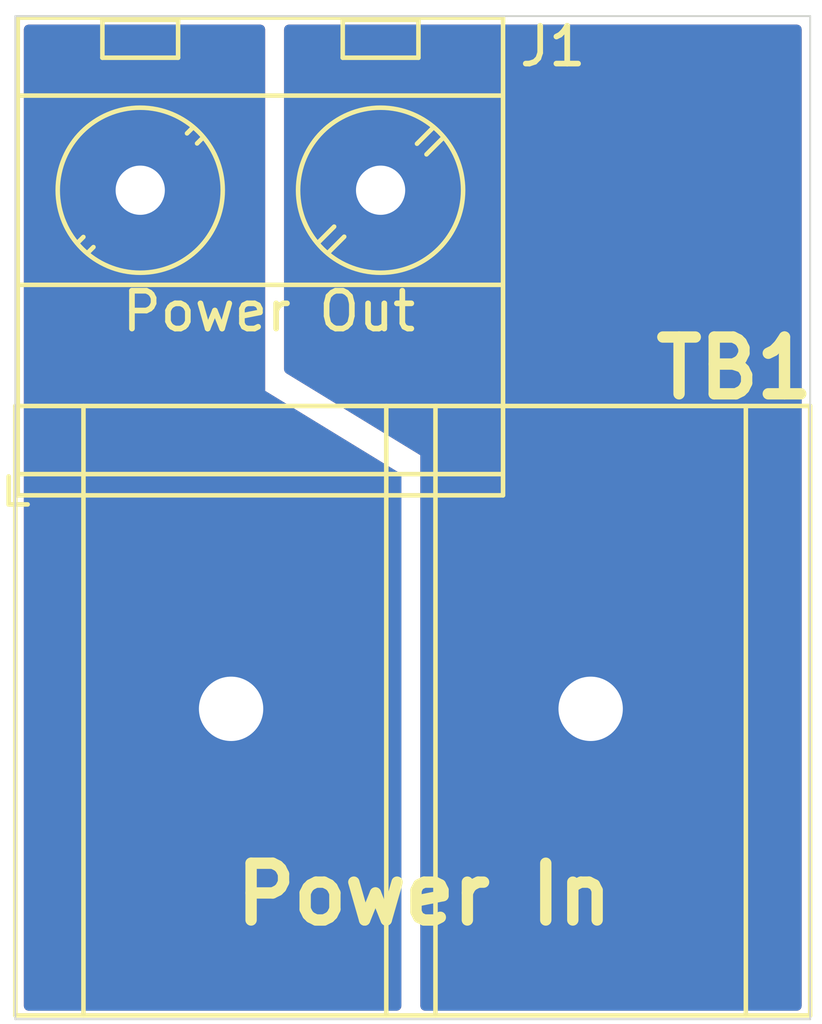
<source format=kicad_pcb>
(kicad_pcb (version 20171130) (host pcbnew "(5.1.5)-3")

  (general
    (thickness 1.6)
    (drawings 4)
    (tracks 0)
    (zones 0)
    (modules 2)
    (nets 3)
  )

  (page A4)
  (title_block
    (title "Screw Terminal Adapter")
    (date 2020-05-09)
    (rev v1)
  )

  (layers
    (0 F.Cu signal)
    (31 B.Cu signal)
    (32 B.Adhes user)
    (33 F.Adhes user)
    (34 B.Paste user)
    (35 F.Paste user)
    (36 B.SilkS user)
    (37 F.SilkS user)
    (38 B.Mask user)
    (39 F.Mask user)
    (40 Dwgs.User user)
    (41 Cmts.User user)
    (42 Eco1.User user)
    (43 Eco2.User user)
    (44 Edge.Cuts user)
    (45 Margin user)
    (46 B.CrtYd user)
    (47 F.CrtYd user)
    (48 B.Fab user)
    (49 F.Fab user)
  )

  (setup
    (last_trace_width 0.25)
    (trace_clearance 0.2)
    (zone_clearance 0.2)
    (zone_45_only no)
    (trace_min 0.2)
    (via_size 0.8)
    (via_drill 0.4)
    (via_min_size 0.4)
    (via_min_drill 0.3)
    (uvia_size 0.3)
    (uvia_drill 0.1)
    (uvias_allowed no)
    (uvia_min_size 0.2)
    (uvia_min_drill 0.1)
    (edge_width 0.05)
    (segment_width 0.2)
    (pcb_text_width 0.3)
    (pcb_text_size 1.5 1.5)
    (mod_edge_width 0.12)
    (mod_text_size 1 1)
    (mod_text_width 0.15)
    (pad_size 1.524 1.524)
    (pad_drill 0.762)
    (pad_to_mask_clearance 0.051)
    (solder_mask_min_width 0.25)
    (aux_axis_origin 0 0)
    (visible_elements 7FFFFFFF)
    (pcbplotparams
      (layerselection 0x010fc_ffffffff)
      (usegerberextensions false)
      (usegerberattributes false)
      (usegerberadvancedattributes false)
      (creategerberjobfile false)
      (excludeedgelayer true)
      (linewidth 0.100000)
      (plotframeref false)
      (viasonmask false)
      (mode 1)
      (useauxorigin false)
      (hpglpennumber 1)
      (hpglpenspeed 20)
      (hpglpendiameter 15.000000)
      (psnegative false)
      (psa4output false)
      (plotreference true)
      (plotvalue true)
      (plotinvisibletext false)
      (padsonsilk false)
      (subtractmaskfromsilk false)
      (outputformat 1)
      (mirror false)
      (drillshape 0)
      (scaleselection 1)
      (outputdirectory "gerbers"))
  )

  (net 0 "")
  (net 1 /Pin2)
  (net 2 /Pin1)

  (net_class Default "This is the default net class."
    (clearance 0.2)
    (trace_width 0.25)
    (via_dia 0.8)
    (via_drill 0.4)
    (uvia_dia 0.3)
    (uvia_drill 0.1)
    (add_net /Pin1)
    (add_net /Pin2)
  )

  (module Barrier_Blocks:BARRIER_BLOCK_1ROW_2POS_P9.5MM (layer F.Cu) (tedit 5E600039) (tstamp 5EA7E891)
    (at 129.8 135.3)
    (path /5EA78A19)
    (fp_text reference TB1 (at 19 -17.1) (layer F.SilkS)
      (effects (font (size 1.5 1.5) (thickness 0.3)))
    )
    (fp_text value "Power In" (at 10.8 -3.2) (layer F.SilkS)
      (effects (font (size 1.5 1.5) (thickness 0.3)))
    )
    (fp_text user ED2953-ND (at 6.7 -2.9) (layer F.Fab)
      (effects (font (size 1 1) (thickness 0.15)))
    )
    (fp_line (start 0 -16.1) (end 0 0) (layer F.SilkS) (width 0.12))
    (fp_line (start 21 -16.1) (end 0 -16.1) (layer F.SilkS) (width 0.12))
    (fp_line (start 21 0) (end 21 -16.1) (layer F.SilkS) (width 0.12))
    (fp_line (start 0 0) (end 21 0) (layer F.SilkS) (width 0.12))
    (fp_circle (center 5.8 -8.1) (end 9.301428 -8.1) (layer Dwgs.User) (width 0.12))
    (fp_circle (center 15.2 -8.1) (end 18.7 -8.1) (layer Dwgs.User) (width 0.12))
    (fp_line (start 11.8 -8.6) (end 18.6 -8.6) (layer Dwgs.User) (width 0.12))
    (fp_line (start 11.8 -7.7) (end 18.6 -7.7) (layer Dwgs.User) (width 0.12))
    (fp_line (start 9.2 -7.7) (end 2.4 -7.7) (layer Dwgs.User) (width 0.12))
    (fp_line (start 9.2 -8.6) (end 2.4 -8.6) (layer Dwgs.User) (width 0.12))
    (fp_line (start 1.8 0) (end 1.8 -16.1) (layer F.SilkS) (width 0.12))
    (fp_line (start 9.8 -16.1) (end 9.8 0) (layer F.SilkS) (width 0.12))
    (fp_line (start 11.1 0) (end 11.1 -16.1) (layer F.SilkS) (width 0.12))
    (fp_line (start 19.3 0) (end 19.3 -16.1) (layer F.SilkS) (width 0.12))
    (pad 2 thru_hole circle (at 15.2 -8.1) (size 4 4) (drill 1.7) (layers *.Cu *.Mask)
      (net 1 /Pin2))
    (pad 1 thru_hole rect (at 5.7 -8.1) (size 4 4) (drill 1.7) (layers *.Cu *.Mask)
      (net 2 /Pin1))
    (model "${GIT_MODELS}/2 PIN Screw Term.step"
      (offset (xyz 0.5 0 0))
      (scale (xyz 1 1 1))
      (rotate (xyz 0 0 0))
    )
  )

  (module TerminalBlock_MetzConnect:TerminalBlock_MetzConnect_Type701_RT11L02HGLU_1x02_P6.35mm_Horizontal (layer F.Cu) (tedit 5B294EA2) (tstamp 5EA7E5BB)
    (at 133.1 113.5)
    (descr "terminal block Metz Connect Type701_RT11L02HGLU, 2 pins, pitch 6.35mm, size 12.7x12.5mm^2, drill diamater 1.3mm, pad diameter 2.5mm, see http://www.metz-connect.com/de/system/files/productfiles/Datenblatt_317011_RT11LxxHGLU_OFF-022798U.pdf, script-generated using https://github.com/pointhi/kicad-footprint-generator/scripts/TerminalBlock_MetzConnect")
    (tags "THT terminal block Metz Connect Type701_RT11L02HGLU pitch 6.35mm size 12.7x12.5mm^2 drill 1.3mm pad 2.5mm")
    (path /5EA78F8F)
    (fp_text reference J1 (at 10.9 -3.8) (layer F.SilkS)
      (effects (font (size 1 1) (thickness 0.15)))
    )
    (fp_text value "Power Out" (at 3.4 3.2) (layer F.SilkS)
      (effects (font (size 1 1) (thickness 0.15)))
    )
    (fp_text user %R (at 3.175 5.25) (layer F.Fab)
      (effects (font (size 1 1) (thickness 0.15)))
    )
    (fp_line (start 10.03 -5) (end -3.68 -5) (layer F.CrtYd) (width 0.05))
    (fp_line (start 10.03 8.5) (end 10.03 -5) (layer F.CrtYd) (width 0.05))
    (fp_line (start -3.68 8.5) (end 10.03 8.5) (layer F.CrtYd) (width 0.05))
    (fp_line (start -3.68 -5) (end -3.68 8.5) (layer F.CrtYd) (width 0.05))
    (fp_line (start -3.475 8.3) (end -2.975 8.3) (layer F.SilkS) (width 0.12))
    (fp_line (start -3.475 7.56) (end -3.475 8.3) (layer F.SilkS) (width 0.12))
    (fp_line (start 7.35 -4.5) (end 7.35 -3.5) (layer F.SilkS) (width 0.12))
    (fp_line (start 5.35 -4.5) (end 5.35 -3.5) (layer F.SilkS) (width 0.12))
    (fp_line (start 5.35 -3.5) (end 7.35 -3.5) (layer F.SilkS) (width 0.12))
    (fp_line (start 5.35 -4.5) (end 7.35 -4.5) (layer F.SilkS) (width 0.12))
    (fp_line (start 7.35 -4.5) (end 5.35 -4.5) (layer F.Fab) (width 0.1))
    (fp_line (start 7.35 -3.5) (end 7.35 -4.5) (layer F.Fab) (width 0.1))
    (fp_line (start 5.35 -3.5) (end 7.35 -3.5) (layer F.Fab) (width 0.1))
    (fp_line (start 5.35 -4.5) (end 5.35 -3.5) (layer F.Fab) (width 0.1))
    (fp_line (start 5.123 0.962) (end 4.697 1.388) (layer F.SilkS) (width 0.12))
    (fp_line (start 7.738 -1.654) (end 7.312 -1.228) (layer F.SilkS) (width 0.12))
    (fp_line (start 5.389 1.228) (end 4.963 1.654) (layer F.SilkS) (width 0.12))
    (fp_line (start 8.004 -1.388) (end 7.563 -0.947) (layer F.SilkS) (width 0.12))
    (fp_line (start 7.623 -1.517) (end 4.834 1.273) (layer F.Fab) (width 0.1))
    (fp_line (start 7.867 -1.273) (end 5.078 1.517) (layer F.Fab) (width 0.1))
    (fp_line (start 1 -4.5) (end 1 -3.5) (layer F.SilkS) (width 0.12))
    (fp_line (start -1 -4.5) (end -1 -3.5) (layer F.SilkS) (width 0.12))
    (fp_line (start -1 -3.5) (end 1 -3.5) (layer F.SilkS) (width 0.12))
    (fp_line (start -1 -4.5) (end 1 -4.5) (layer F.SilkS) (width 0.12))
    (fp_line (start 1 -4.5) (end -1 -4.5) (layer F.Fab) (width 0.1))
    (fp_line (start 1 -3.5) (end 1 -4.5) (layer F.Fab) (width 0.1))
    (fp_line (start -1 -3.5) (end 1 -3.5) (layer F.Fab) (width 0.1))
    (fp_line (start -1 -4.5) (end -1 -3.5) (layer F.Fab) (width 0.1))
    (fp_line (start -1.502 1.235) (end -1.654 1.388) (layer F.SilkS) (width 0.12))
    (fp_line (start 1.388 -1.654) (end 1.236 -1.502) (layer F.SilkS) (width 0.12))
    (fp_line (start -1.236 1.502) (end -1.388 1.654) (layer F.SilkS) (width 0.12))
    (fp_line (start 1.654 -1.388) (end 1.502 -1.236) (layer F.SilkS) (width 0.12))
    (fp_line (start 1.273 -1.517) (end -1.517 1.273) (layer F.Fab) (width 0.1))
    (fp_line (start 1.517 -1.273) (end -1.273 1.517) (layer F.Fab) (width 0.1))
    (fp_line (start 9.585 -4.56) (end 9.585 8.06) (layer F.SilkS) (width 0.12))
    (fp_line (start -3.235 -4.56) (end -3.235 8.06) (layer F.SilkS) (width 0.12))
    (fp_line (start -3.235 8.06) (end 9.585 8.06) (layer F.SilkS) (width 0.12))
    (fp_line (start -3.235 -4.56) (end 9.585 -4.56) (layer F.SilkS) (width 0.12))
    (fp_line (start -3.235 -2.5) (end 9.585 -2.5) (layer F.SilkS) (width 0.12))
    (fp_line (start -3.175 -2.5) (end 9.525 -2.5) (layer F.Fab) (width 0.1))
    (fp_line (start -3.235 2.5) (end 9.585 2.5) (layer F.SilkS) (width 0.12))
    (fp_line (start -3.175 2.5) (end 9.525 2.5) (layer F.Fab) (width 0.1))
    (fp_line (start -3.235 7.5) (end 9.585 7.5) (layer F.SilkS) (width 0.12))
    (fp_line (start -3.175 7.5) (end 9.525 7.5) (layer F.Fab) (width 0.1))
    (fp_line (start -3.175 7.5) (end -3.175 -4.5) (layer F.Fab) (width 0.1))
    (fp_line (start -2.675 8) (end -3.175 7.5) (layer F.Fab) (width 0.1))
    (fp_line (start 9.525 8) (end -2.675 8) (layer F.Fab) (width 0.1))
    (fp_line (start 9.525 -4.5) (end 9.525 8) (layer F.Fab) (width 0.1))
    (fp_line (start -3.175 -4.5) (end 9.525 -4.5) (layer F.Fab) (width 0.1))
    (fp_circle (center 6.35 0) (end 8.53 0) (layer F.SilkS) (width 0.12))
    (fp_circle (center 6.35 0) (end 8.35 0) (layer F.Fab) (width 0.1))
    (fp_circle (center 0 0) (end 2.18 0) (layer F.SilkS) (width 0.12))
    (fp_circle (center 0 0) (end 2 0) (layer F.Fab) (width 0.1))
    (pad 2 thru_hole circle (at 6.35 0) (size 2.5 2.5) (drill 1.3) (layers *.Cu *.Mask)
      (net 1 /Pin2))
    (pad 1 thru_hole rect (at 0 0) (size 2.5 2.5) (drill 1.3) (layers *.Cu *.Mask)
      (net 2 /Pin1))
    (model ${KISYS3DMOD}/TerminalBlock_MetzConnect.3dshapes/TerminalBlock_MetzConnect_Type701_RT11L02HGLU_1x02_P6.35mm_Horizontal.wrl
      (at (xyz 0 0 0))
      (scale (xyz 1 1 1))
      (rotate (xyz 0 0 0))
    )
  )

  (gr_line (start 129.8 108.9) (end 150.8 108.9) (layer Edge.Cuts) (width 0.05))
  (gr_line (start 150.8 135.4) (end 150.8 108.9) (layer Edge.Cuts) (width 0.05))
  (gr_line (start 129.8 135.4) (end 150.8 135.4) (layer Edge.Cuts) (width 0.05))
  (gr_line (start 129.8 108.9) (end 129.8 135.4) (layer Edge.Cuts) (width 0.05))

  (zone (net 2) (net_name /Pin1) (layer F.Cu) (tstamp 5EA7F2CC) (hatch edge 0.508)
    (connect_pads yes (clearance 0.2))
    (min_thickness 0.254)
    (fill yes (arc_segments 32) (thermal_gap 0.508) (thermal_bridge_width 0.508))
    (polygon
      (pts
        (xy 136.4 118.8) (xy 140 121) (xy 140 135.4) (xy 129.8 135.4) (xy 129.8 108.9)
        (xy 136.4 108.9)
      )
    )
    (filled_polygon
      (pts
        (xy 136.273 118.8) (xy 136.27544 118.824776) (xy 136.282667 118.848601) (xy 136.294403 118.870557) (xy 136.310197 118.889803)
        (xy 136.333776 118.908367) (xy 139.873 121.071226) (xy 139.873 135.048) (xy 130.152 135.048) (xy 130.152 109.252)
        (xy 136.273 109.252)
      )
    )
  )
  (zone (net 1) (net_name /Pin2) (layer F.Cu) (tstamp 5EA7F2C9) (hatch edge 0.508)
    (connect_pads yes (clearance 0.2))
    (min_thickness 0.254)
    (fill yes (arc_segments 32) (thermal_gap 0.508) (thermal_bridge_width 0.508))
    (polygon
      (pts
        (xy 150.8 135.4) (xy 140.5 135.4) (xy 140.5 120.5) (xy 136.9 118.3) (xy 136.9 108.9)
        (xy 150.8 108.9)
      )
    )
    (filled_polygon
      (pts
        (xy 150.448 135.048) (xy 140.627 135.048) (xy 140.627 120.5) (xy 140.62456 120.475224) (xy 140.617333 120.451399)
        (xy 140.605597 120.429443) (xy 140.589803 120.410197) (xy 140.566224 120.391633) (xy 137.027 118.228774) (xy 137.027 109.252)
        (xy 150.448001 109.252)
      )
    )
  )
  (zone (net 1) (net_name /Pin2) (layer B.Cu) (tstamp 5EA7F2C6) (hatch edge 0.508)
    (connect_pads yes (clearance 0.2))
    (min_thickness 0.254)
    (fill yes (arc_segments 32) (thermal_gap 0.508) (thermal_bridge_width 0.508))
    (polygon
      (pts
        (xy 150.8 135.4) (xy 140.5 135.4) (xy 140.5 120.5) (xy 136.9 118.3) (xy 136.9 108.9)
        (xy 150.8 108.9)
      )
    )
    (filled_polygon
      (pts
        (xy 150.448 135.048) (xy 140.627 135.048) (xy 140.627 120.5) (xy 140.62456 120.475224) (xy 140.617333 120.451399)
        (xy 140.605597 120.429443) (xy 140.589803 120.410197) (xy 140.566224 120.391633) (xy 137.027 118.228774) (xy 137.027 109.252)
        (xy 150.448001 109.252)
      )
    )
  )
  (zone (net 2) (net_name /Pin1) (layer B.Cu) (tstamp 5EA7F2C3) (hatch edge 0.508)
    (connect_pads yes (clearance 0.2))
    (min_thickness 0.254)
    (fill yes (arc_segments 32) (thermal_gap 0.508) (thermal_bridge_width 0.508))
    (polygon
      (pts
        (xy 136.4 118.8) (xy 140 121) (xy 140 135.4) (xy 129.8 135.4) (xy 129.8 108.9)
        (xy 136.4 108.9)
      )
    )
    (filled_polygon
      (pts
        (xy 136.273 118.8) (xy 136.27544 118.824776) (xy 136.282667 118.848601) (xy 136.294403 118.870557) (xy 136.310197 118.889803)
        (xy 136.333776 118.908367) (xy 139.873 121.071226) (xy 139.873 135.048) (xy 130.152 135.048) (xy 130.152 109.252)
        (xy 136.273 109.252)
      )
    )
  )
)

</source>
